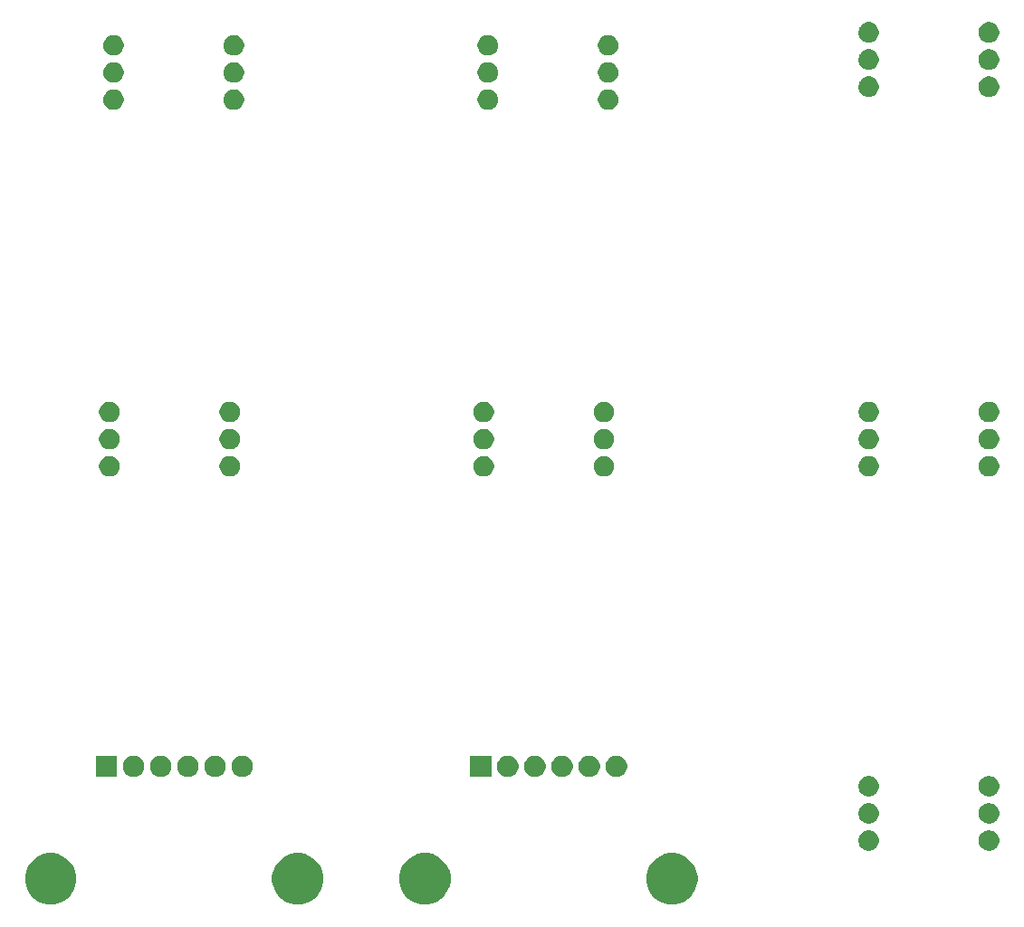
<source format=gbr>
G04 #@! TF.GenerationSoftware,KiCad,Pcbnew,5.1.5-52549c5~86~ubuntu16.04.1*
G04 #@! TF.CreationDate,2020-08-05T12:56:56-05:00*
G04 #@! TF.ProjectId,pressure_sensors,70726573-7375-4726-955f-73656e736f72,rev?*
G04 #@! TF.SameCoordinates,Original*
G04 #@! TF.FileFunction,Soldermask,Top*
G04 #@! TF.FilePolarity,Negative*
%FSLAX46Y46*%
G04 Gerber Fmt 4.6, Leading zero omitted, Abs format (unit mm)*
G04 Created by KiCad (PCBNEW 5.1.5-52549c5~86~ubuntu16.04.1) date 2020-08-05 12:56:56*
%MOMM*%
%LPD*%
G04 APERTURE LIST*
%ADD10C,0.100000*%
G04 APERTURE END LIST*
D10*
G36*
X201705604Y-129252230D02*
G01*
X202142376Y-129433147D01*
X202535461Y-129695798D01*
X202869752Y-130030089D01*
X203132403Y-130423174D01*
X203313320Y-130859946D01*
X203405550Y-131323621D01*
X203405550Y-131796379D01*
X203313320Y-132260054D01*
X203132403Y-132696826D01*
X202869752Y-133089911D01*
X202535461Y-133424202D01*
X202142376Y-133686853D01*
X201705604Y-133867770D01*
X201241929Y-133960000D01*
X200769171Y-133960000D01*
X200305496Y-133867770D01*
X199868724Y-133686853D01*
X199475639Y-133424202D01*
X199141348Y-133089911D01*
X198878697Y-132696826D01*
X198697780Y-132260054D01*
X198605550Y-131796379D01*
X198605550Y-131323621D01*
X198697780Y-130859946D01*
X198878697Y-130423174D01*
X199141348Y-130030089D01*
X199475639Y-129695798D01*
X199868724Y-129433147D01*
X200305496Y-129252230D01*
X200769171Y-129160000D01*
X201241929Y-129160000D01*
X201705604Y-129252230D01*
G37*
G36*
X166705604Y-129252230D02*
G01*
X167142376Y-129433147D01*
X167535461Y-129695798D01*
X167869752Y-130030089D01*
X168132403Y-130423174D01*
X168313320Y-130859946D01*
X168405550Y-131323621D01*
X168405550Y-131796379D01*
X168313320Y-132260054D01*
X168132403Y-132696826D01*
X167869752Y-133089911D01*
X167535461Y-133424202D01*
X167142376Y-133686853D01*
X166705604Y-133867770D01*
X166241929Y-133960000D01*
X165769171Y-133960000D01*
X165305496Y-133867770D01*
X164868724Y-133686853D01*
X164475639Y-133424202D01*
X164141348Y-133089911D01*
X163878697Y-132696826D01*
X163697780Y-132260054D01*
X163605550Y-131796379D01*
X163605550Y-131323621D01*
X163697780Y-130859946D01*
X163878697Y-130423174D01*
X164141348Y-130030089D01*
X164475639Y-129695798D01*
X164868724Y-129433147D01*
X165305496Y-129252230D01*
X165769171Y-129160000D01*
X166241929Y-129160000D01*
X166705604Y-129252230D01*
G37*
G36*
X143594498Y-129252230D02*
G01*
X144031270Y-129433147D01*
X144424355Y-129695798D01*
X144758646Y-130030089D01*
X145021297Y-130423174D01*
X145202214Y-130859946D01*
X145294444Y-131323621D01*
X145294444Y-131796379D01*
X145202214Y-132260054D01*
X145021297Y-132696826D01*
X144758646Y-133089911D01*
X144424355Y-133424202D01*
X144031270Y-133686853D01*
X143594498Y-133867770D01*
X143130823Y-133960000D01*
X142658065Y-133960000D01*
X142194390Y-133867770D01*
X141757618Y-133686853D01*
X141364533Y-133424202D01*
X141030242Y-133089911D01*
X140767591Y-132696826D01*
X140586674Y-132260054D01*
X140494444Y-131796379D01*
X140494444Y-131323621D01*
X140586674Y-130859946D01*
X140767591Y-130423174D01*
X141030242Y-130030089D01*
X141364533Y-129695798D01*
X141757618Y-129433147D01*
X142194390Y-129252230D01*
X142658065Y-129160000D01*
X143130823Y-129160000D01*
X143594498Y-129252230D01*
G37*
G36*
X178594498Y-129252230D02*
G01*
X179031270Y-129433147D01*
X179424355Y-129695798D01*
X179758646Y-130030089D01*
X180021297Y-130423174D01*
X180202214Y-130859946D01*
X180294444Y-131323621D01*
X180294444Y-131796379D01*
X180202214Y-132260054D01*
X180021297Y-132696826D01*
X179758646Y-133089911D01*
X179424355Y-133424202D01*
X179031270Y-133686853D01*
X178594498Y-133867770D01*
X178130823Y-133960000D01*
X177658065Y-133960000D01*
X177194390Y-133867770D01*
X176757618Y-133686853D01*
X176364533Y-133424202D01*
X176030242Y-133089911D01*
X175767591Y-132696826D01*
X175586674Y-132260054D01*
X175494444Y-131796379D01*
X175494444Y-131323621D01*
X175586674Y-130859946D01*
X175767591Y-130423174D01*
X176030242Y-130030089D01*
X176364533Y-129695798D01*
X176757618Y-129433147D01*
X177194390Y-129252230D01*
X177658065Y-129160000D01*
X178130823Y-129160000D01*
X178594498Y-129252230D01*
G37*
G36*
X230925605Y-127064969D02*
G01*
X230925607Y-127064970D01*
X230925608Y-127064970D01*
X230976883Y-127086209D01*
X231100678Y-127137486D01*
X231100679Y-127137487D01*
X231258238Y-127242764D01*
X231392236Y-127376762D01*
X231476515Y-127502896D01*
X231497514Y-127534322D01*
X231570031Y-127709395D01*
X231607000Y-127895251D01*
X231607000Y-128084749D01*
X231570031Y-128270605D01*
X231497514Y-128445678D01*
X231497513Y-128445679D01*
X231392236Y-128603238D01*
X231258238Y-128737236D01*
X231132104Y-128821515D01*
X231100678Y-128842514D01*
X230976883Y-128893791D01*
X230925608Y-128915030D01*
X230925607Y-128915030D01*
X230925605Y-128915031D01*
X230739749Y-128952000D01*
X230550251Y-128952000D01*
X230364395Y-128915031D01*
X230364393Y-128915030D01*
X230364392Y-128915030D01*
X230313117Y-128893791D01*
X230189322Y-128842514D01*
X230157896Y-128821515D01*
X230031762Y-128737236D01*
X229897764Y-128603238D01*
X229792487Y-128445679D01*
X229792486Y-128445678D01*
X229719969Y-128270605D01*
X229683000Y-128084749D01*
X229683000Y-127895251D01*
X229719969Y-127709395D01*
X229792486Y-127534322D01*
X229813485Y-127502896D01*
X229897764Y-127376762D01*
X230031762Y-127242764D01*
X230189321Y-127137487D01*
X230189322Y-127137486D01*
X230313117Y-127086209D01*
X230364392Y-127064970D01*
X230364393Y-127064970D01*
X230364395Y-127064969D01*
X230550251Y-127028000D01*
X230739749Y-127028000D01*
X230925605Y-127064969D01*
G37*
G36*
X219675605Y-127064969D02*
G01*
X219675607Y-127064970D01*
X219675608Y-127064970D01*
X219726883Y-127086209D01*
X219850678Y-127137486D01*
X219850679Y-127137487D01*
X220008238Y-127242764D01*
X220142236Y-127376762D01*
X220226515Y-127502896D01*
X220247514Y-127534322D01*
X220320031Y-127709395D01*
X220357000Y-127895251D01*
X220357000Y-128084749D01*
X220320031Y-128270605D01*
X220247514Y-128445678D01*
X220247513Y-128445679D01*
X220142236Y-128603238D01*
X220008238Y-128737236D01*
X219882104Y-128821515D01*
X219850678Y-128842514D01*
X219726883Y-128893791D01*
X219675608Y-128915030D01*
X219675607Y-128915030D01*
X219675605Y-128915031D01*
X219489749Y-128952000D01*
X219300251Y-128952000D01*
X219114395Y-128915031D01*
X219114393Y-128915030D01*
X219114392Y-128915030D01*
X219063117Y-128893791D01*
X218939322Y-128842514D01*
X218907896Y-128821515D01*
X218781762Y-128737236D01*
X218647764Y-128603238D01*
X218542487Y-128445679D01*
X218542486Y-128445678D01*
X218469969Y-128270605D01*
X218433000Y-128084749D01*
X218433000Y-127895251D01*
X218469969Y-127709395D01*
X218542486Y-127534322D01*
X218563485Y-127502896D01*
X218647764Y-127376762D01*
X218781762Y-127242764D01*
X218939321Y-127137487D01*
X218939322Y-127137486D01*
X219063117Y-127086209D01*
X219114392Y-127064970D01*
X219114393Y-127064970D01*
X219114395Y-127064969D01*
X219300251Y-127028000D01*
X219489749Y-127028000D01*
X219675605Y-127064969D01*
G37*
G36*
X219675605Y-124524969D02*
G01*
X219675607Y-124524970D01*
X219675608Y-124524970D01*
X219726883Y-124546209D01*
X219850678Y-124597486D01*
X219850679Y-124597487D01*
X220008238Y-124702764D01*
X220142236Y-124836762D01*
X220226515Y-124962896D01*
X220247514Y-124994322D01*
X220320031Y-125169395D01*
X220357000Y-125355251D01*
X220357000Y-125544749D01*
X220320031Y-125730605D01*
X220247514Y-125905678D01*
X220247513Y-125905679D01*
X220142236Y-126063238D01*
X220008238Y-126197236D01*
X219882104Y-126281515D01*
X219850678Y-126302514D01*
X219726883Y-126353791D01*
X219675608Y-126375030D01*
X219675607Y-126375030D01*
X219675605Y-126375031D01*
X219489749Y-126412000D01*
X219300251Y-126412000D01*
X219114395Y-126375031D01*
X219114393Y-126375030D01*
X219114392Y-126375030D01*
X219063117Y-126353791D01*
X218939322Y-126302514D01*
X218907896Y-126281515D01*
X218781762Y-126197236D01*
X218647764Y-126063238D01*
X218542487Y-125905679D01*
X218542486Y-125905678D01*
X218469969Y-125730605D01*
X218433000Y-125544749D01*
X218433000Y-125355251D01*
X218469969Y-125169395D01*
X218542486Y-124994322D01*
X218563485Y-124962896D01*
X218647764Y-124836762D01*
X218781762Y-124702764D01*
X218939321Y-124597487D01*
X218939322Y-124597486D01*
X219063117Y-124546209D01*
X219114392Y-124524970D01*
X219114393Y-124524970D01*
X219114395Y-124524969D01*
X219300251Y-124488000D01*
X219489749Y-124488000D01*
X219675605Y-124524969D01*
G37*
G36*
X230925605Y-124524969D02*
G01*
X230925607Y-124524970D01*
X230925608Y-124524970D01*
X230976883Y-124546209D01*
X231100678Y-124597486D01*
X231100679Y-124597487D01*
X231258238Y-124702764D01*
X231392236Y-124836762D01*
X231476515Y-124962896D01*
X231497514Y-124994322D01*
X231570031Y-125169395D01*
X231607000Y-125355251D01*
X231607000Y-125544749D01*
X231570031Y-125730605D01*
X231497514Y-125905678D01*
X231497513Y-125905679D01*
X231392236Y-126063238D01*
X231258238Y-126197236D01*
X231132104Y-126281515D01*
X231100678Y-126302514D01*
X230976883Y-126353791D01*
X230925608Y-126375030D01*
X230925607Y-126375030D01*
X230925605Y-126375031D01*
X230739749Y-126412000D01*
X230550251Y-126412000D01*
X230364395Y-126375031D01*
X230364393Y-126375030D01*
X230364392Y-126375030D01*
X230313117Y-126353791D01*
X230189322Y-126302514D01*
X230157896Y-126281515D01*
X230031762Y-126197236D01*
X229897764Y-126063238D01*
X229792487Y-125905679D01*
X229792486Y-125905678D01*
X229719969Y-125730605D01*
X229683000Y-125544749D01*
X229683000Y-125355251D01*
X229719969Y-125169395D01*
X229792486Y-124994322D01*
X229813485Y-124962896D01*
X229897764Y-124836762D01*
X230031762Y-124702764D01*
X230189321Y-124597487D01*
X230189322Y-124597486D01*
X230313117Y-124546209D01*
X230364392Y-124524970D01*
X230364393Y-124524970D01*
X230364395Y-124524969D01*
X230550251Y-124488000D01*
X230739749Y-124488000D01*
X230925605Y-124524969D01*
G37*
G36*
X219675605Y-121984969D02*
G01*
X219675607Y-121984970D01*
X219675608Y-121984970D01*
X219726883Y-122006209D01*
X219850678Y-122057486D01*
X219850679Y-122057487D01*
X220008238Y-122162764D01*
X220142236Y-122296762D01*
X220226515Y-122422896D01*
X220247514Y-122454322D01*
X220320031Y-122629395D01*
X220357000Y-122815251D01*
X220357000Y-123004749D01*
X220320031Y-123190605D01*
X220247514Y-123365678D01*
X220247513Y-123365679D01*
X220142236Y-123523238D01*
X220008238Y-123657236D01*
X219882104Y-123741515D01*
X219850678Y-123762514D01*
X219726883Y-123813791D01*
X219675608Y-123835030D01*
X219675607Y-123835030D01*
X219675605Y-123835031D01*
X219489749Y-123872000D01*
X219300251Y-123872000D01*
X219114395Y-123835031D01*
X219114393Y-123835030D01*
X219114392Y-123835030D01*
X219063117Y-123813791D01*
X218939322Y-123762514D01*
X218907896Y-123741515D01*
X218781762Y-123657236D01*
X218647764Y-123523238D01*
X218542487Y-123365679D01*
X218542486Y-123365678D01*
X218469969Y-123190605D01*
X218433000Y-123004749D01*
X218433000Y-122815251D01*
X218469969Y-122629395D01*
X218542486Y-122454322D01*
X218563485Y-122422896D01*
X218647764Y-122296762D01*
X218781762Y-122162764D01*
X218939321Y-122057487D01*
X218939322Y-122057486D01*
X219063117Y-122006209D01*
X219114392Y-121984970D01*
X219114393Y-121984970D01*
X219114395Y-121984969D01*
X219300251Y-121948000D01*
X219489749Y-121948000D01*
X219675605Y-121984969D01*
G37*
G36*
X230925605Y-121984969D02*
G01*
X230925607Y-121984970D01*
X230925608Y-121984970D01*
X230976883Y-122006209D01*
X231100678Y-122057486D01*
X231100679Y-122057487D01*
X231258238Y-122162764D01*
X231392236Y-122296762D01*
X231476515Y-122422896D01*
X231497514Y-122454322D01*
X231570031Y-122629395D01*
X231607000Y-122815251D01*
X231607000Y-123004749D01*
X231570031Y-123190605D01*
X231497514Y-123365678D01*
X231497513Y-123365679D01*
X231392236Y-123523238D01*
X231258238Y-123657236D01*
X231132104Y-123741515D01*
X231100678Y-123762514D01*
X230976883Y-123813791D01*
X230925608Y-123835030D01*
X230925607Y-123835030D01*
X230925605Y-123835031D01*
X230739749Y-123872000D01*
X230550251Y-123872000D01*
X230364395Y-123835031D01*
X230364393Y-123835030D01*
X230364392Y-123835030D01*
X230313117Y-123813791D01*
X230189322Y-123762514D01*
X230157896Y-123741515D01*
X230031762Y-123657236D01*
X229897764Y-123523238D01*
X229792487Y-123365679D01*
X229792486Y-123365678D01*
X229719969Y-123190605D01*
X229683000Y-123004749D01*
X229683000Y-122815251D01*
X229719969Y-122629395D01*
X229792486Y-122454322D01*
X229813485Y-122422896D01*
X229897764Y-122296762D01*
X230031762Y-122162764D01*
X230189321Y-122057487D01*
X230189322Y-122057486D01*
X230313117Y-122006209D01*
X230364392Y-121984970D01*
X230364393Y-121984970D01*
X230364395Y-121984969D01*
X230550251Y-121948000D01*
X230739749Y-121948000D01*
X230925605Y-121984969D01*
G37*
G36*
X185835090Y-120079215D02*
G01*
X185931689Y-120098429D01*
X186113678Y-120173811D01*
X186277463Y-120283249D01*
X186416751Y-120422537D01*
X186526189Y-120586322D01*
X186601571Y-120768311D01*
X186640000Y-120961509D01*
X186640000Y-121158491D01*
X186601571Y-121351689D01*
X186526189Y-121533678D01*
X186416751Y-121697463D01*
X186277463Y-121836751D01*
X186113678Y-121946189D01*
X185931689Y-122021571D01*
X185835090Y-122040786D01*
X185738493Y-122060000D01*
X185541507Y-122060000D01*
X185444910Y-122040786D01*
X185348311Y-122021571D01*
X185166322Y-121946189D01*
X185002537Y-121836751D01*
X184863249Y-121697463D01*
X184753811Y-121533678D01*
X184678429Y-121351689D01*
X184640000Y-121158491D01*
X184640000Y-120961509D01*
X184678429Y-120768311D01*
X184753811Y-120586322D01*
X184863249Y-120422537D01*
X185002537Y-120283249D01*
X185166322Y-120173811D01*
X185348311Y-120098429D01*
X185444910Y-120079215D01*
X185541507Y-120060000D01*
X185738493Y-120060000D01*
X185835090Y-120079215D01*
G37*
G36*
X150835090Y-120079215D02*
G01*
X150931689Y-120098429D01*
X151113678Y-120173811D01*
X151277463Y-120283249D01*
X151416751Y-120422537D01*
X151526189Y-120586322D01*
X151601571Y-120768311D01*
X151640000Y-120961509D01*
X151640000Y-121158491D01*
X151601571Y-121351689D01*
X151526189Y-121533678D01*
X151416751Y-121697463D01*
X151277463Y-121836751D01*
X151113678Y-121946189D01*
X150931689Y-122021571D01*
X150835090Y-122040786D01*
X150738493Y-122060000D01*
X150541507Y-122060000D01*
X150444910Y-122040786D01*
X150348311Y-122021571D01*
X150166322Y-121946189D01*
X150002537Y-121836751D01*
X149863249Y-121697463D01*
X149753811Y-121533678D01*
X149678429Y-121351689D01*
X149640000Y-121158491D01*
X149640000Y-120961509D01*
X149678429Y-120768311D01*
X149753811Y-120586322D01*
X149863249Y-120422537D01*
X150002537Y-120283249D01*
X150166322Y-120173811D01*
X150348311Y-120098429D01*
X150444910Y-120079215D01*
X150541507Y-120060000D01*
X150738493Y-120060000D01*
X150835090Y-120079215D01*
G37*
G36*
X153375090Y-120079215D02*
G01*
X153471689Y-120098429D01*
X153653678Y-120173811D01*
X153817463Y-120283249D01*
X153956751Y-120422537D01*
X154066189Y-120586322D01*
X154141571Y-120768311D01*
X154180000Y-120961509D01*
X154180000Y-121158491D01*
X154141571Y-121351689D01*
X154066189Y-121533678D01*
X153956751Y-121697463D01*
X153817463Y-121836751D01*
X153653678Y-121946189D01*
X153471689Y-122021571D01*
X153375090Y-122040786D01*
X153278493Y-122060000D01*
X153081507Y-122060000D01*
X152984910Y-122040786D01*
X152888311Y-122021571D01*
X152706322Y-121946189D01*
X152542537Y-121836751D01*
X152403249Y-121697463D01*
X152293811Y-121533678D01*
X152218429Y-121351689D01*
X152180000Y-121158491D01*
X152180000Y-120961509D01*
X152218429Y-120768311D01*
X152293811Y-120586322D01*
X152403249Y-120422537D01*
X152542537Y-120283249D01*
X152706322Y-120173811D01*
X152888311Y-120098429D01*
X152984910Y-120079215D01*
X153081507Y-120060000D01*
X153278493Y-120060000D01*
X153375090Y-120079215D01*
G37*
G36*
X155915090Y-120079215D02*
G01*
X156011689Y-120098429D01*
X156193678Y-120173811D01*
X156357463Y-120283249D01*
X156496751Y-120422537D01*
X156606189Y-120586322D01*
X156681571Y-120768311D01*
X156720000Y-120961509D01*
X156720000Y-121158491D01*
X156681571Y-121351689D01*
X156606189Y-121533678D01*
X156496751Y-121697463D01*
X156357463Y-121836751D01*
X156193678Y-121946189D01*
X156011689Y-122021571D01*
X155915090Y-122040786D01*
X155818493Y-122060000D01*
X155621507Y-122060000D01*
X155524910Y-122040786D01*
X155428311Y-122021571D01*
X155246322Y-121946189D01*
X155082537Y-121836751D01*
X154943249Y-121697463D01*
X154833811Y-121533678D01*
X154758429Y-121351689D01*
X154720000Y-121158491D01*
X154720000Y-120961509D01*
X154758429Y-120768311D01*
X154833811Y-120586322D01*
X154943249Y-120422537D01*
X155082537Y-120283249D01*
X155246322Y-120173811D01*
X155428311Y-120098429D01*
X155524910Y-120079215D01*
X155621507Y-120060000D01*
X155818493Y-120060000D01*
X155915090Y-120079215D01*
G37*
G36*
X158455090Y-120079215D02*
G01*
X158551689Y-120098429D01*
X158733678Y-120173811D01*
X158897463Y-120283249D01*
X159036751Y-120422537D01*
X159146189Y-120586322D01*
X159221571Y-120768311D01*
X159260000Y-120961509D01*
X159260000Y-121158491D01*
X159221571Y-121351689D01*
X159146189Y-121533678D01*
X159036751Y-121697463D01*
X158897463Y-121836751D01*
X158733678Y-121946189D01*
X158551689Y-122021571D01*
X158455090Y-122040786D01*
X158358493Y-122060000D01*
X158161507Y-122060000D01*
X158064910Y-122040786D01*
X157968311Y-122021571D01*
X157786322Y-121946189D01*
X157622537Y-121836751D01*
X157483249Y-121697463D01*
X157373811Y-121533678D01*
X157298429Y-121351689D01*
X157260000Y-121158491D01*
X157260000Y-120961509D01*
X157298429Y-120768311D01*
X157373811Y-120586322D01*
X157483249Y-120422537D01*
X157622537Y-120283249D01*
X157786322Y-120173811D01*
X157968311Y-120098429D01*
X158064910Y-120079215D01*
X158161507Y-120060000D01*
X158358493Y-120060000D01*
X158455090Y-120079215D01*
G37*
G36*
X160995090Y-120079215D02*
G01*
X161091689Y-120098429D01*
X161273678Y-120173811D01*
X161437463Y-120283249D01*
X161576751Y-120422537D01*
X161686189Y-120586322D01*
X161761571Y-120768311D01*
X161800000Y-120961509D01*
X161800000Y-121158491D01*
X161761571Y-121351689D01*
X161686189Y-121533678D01*
X161576751Y-121697463D01*
X161437463Y-121836751D01*
X161273678Y-121946189D01*
X161091689Y-122021571D01*
X160995090Y-122040786D01*
X160898493Y-122060000D01*
X160701507Y-122060000D01*
X160604910Y-122040786D01*
X160508311Y-122021571D01*
X160326322Y-121946189D01*
X160162537Y-121836751D01*
X160023249Y-121697463D01*
X159913811Y-121533678D01*
X159838429Y-121351689D01*
X159800000Y-121158491D01*
X159800000Y-120961509D01*
X159838429Y-120768311D01*
X159913811Y-120586322D01*
X160023249Y-120422537D01*
X160162537Y-120283249D01*
X160326322Y-120173811D01*
X160508311Y-120098429D01*
X160604910Y-120079215D01*
X160701507Y-120060000D01*
X160898493Y-120060000D01*
X160995090Y-120079215D01*
G37*
G36*
X184100000Y-122060000D02*
G01*
X182100000Y-122060000D01*
X182100000Y-120060000D01*
X184100000Y-120060000D01*
X184100000Y-122060000D01*
G37*
G36*
X188375090Y-120079215D02*
G01*
X188471689Y-120098429D01*
X188653678Y-120173811D01*
X188817463Y-120283249D01*
X188956751Y-120422537D01*
X189066189Y-120586322D01*
X189141571Y-120768311D01*
X189180000Y-120961509D01*
X189180000Y-121158491D01*
X189141571Y-121351689D01*
X189066189Y-121533678D01*
X188956751Y-121697463D01*
X188817463Y-121836751D01*
X188653678Y-121946189D01*
X188471689Y-122021571D01*
X188375090Y-122040786D01*
X188278493Y-122060000D01*
X188081507Y-122060000D01*
X187984910Y-122040786D01*
X187888311Y-122021571D01*
X187706322Y-121946189D01*
X187542537Y-121836751D01*
X187403249Y-121697463D01*
X187293811Y-121533678D01*
X187218429Y-121351689D01*
X187180000Y-121158491D01*
X187180000Y-120961509D01*
X187218429Y-120768311D01*
X187293811Y-120586322D01*
X187403249Y-120422537D01*
X187542537Y-120283249D01*
X187706322Y-120173811D01*
X187888311Y-120098429D01*
X187984910Y-120079215D01*
X188081507Y-120060000D01*
X188278493Y-120060000D01*
X188375090Y-120079215D01*
G37*
G36*
X190915090Y-120079215D02*
G01*
X191011689Y-120098429D01*
X191193678Y-120173811D01*
X191357463Y-120283249D01*
X191496751Y-120422537D01*
X191606189Y-120586322D01*
X191681571Y-120768311D01*
X191720000Y-120961509D01*
X191720000Y-121158491D01*
X191681571Y-121351689D01*
X191606189Y-121533678D01*
X191496751Y-121697463D01*
X191357463Y-121836751D01*
X191193678Y-121946189D01*
X191011689Y-122021571D01*
X190915090Y-122040786D01*
X190818493Y-122060000D01*
X190621507Y-122060000D01*
X190524910Y-122040786D01*
X190428311Y-122021571D01*
X190246322Y-121946189D01*
X190082537Y-121836751D01*
X189943249Y-121697463D01*
X189833811Y-121533678D01*
X189758429Y-121351689D01*
X189720000Y-121158491D01*
X189720000Y-120961509D01*
X189758429Y-120768311D01*
X189833811Y-120586322D01*
X189943249Y-120422537D01*
X190082537Y-120283249D01*
X190246322Y-120173811D01*
X190428311Y-120098429D01*
X190524910Y-120079215D01*
X190621507Y-120060000D01*
X190818493Y-120060000D01*
X190915090Y-120079215D01*
G37*
G36*
X193455090Y-120079215D02*
G01*
X193551689Y-120098429D01*
X193733678Y-120173811D01*
X193897463Y-120283249D01*
X194036751Y-120422537D01*
X194146189Y-120586322D01*
X194221571Y-120768311D01*
X194260000Y-120961509D01*
X194260000Y-121158491D01*
X194221571Y-121351689D01*
X194146189Y-121533678D01*
X194036751Y-121697463D01*
X193897463Y-121836751D01*
X193733678Y-121946189D01*
X193551689Y-122021571D01*
X193455090Y-122040786D01*
X193358493Y-122060000D01*
X193161507Y-122060000D01*
X193064910Y-122040786D01*
X192968311Y-122021571D01*
X192786322Y-121946189D01*
X192622537Y-121836751D01*
X192483249Y-121697463D01*
X192373811Y-121533678D01*
X192298429Y-121351689D01*
X192260000Y-121158491D01*
X192260000Y-120961509D01*
X192298429Y-120768311D01*
X192373811Y-120586322D01*
X192483249Y-120422537D01*
X192622537Y-120283249D01*
X192786322Y-120173811D01*
X192968311Y-120098429D01*
X193064910Y-120079215D01*
X193161507Y-120060000D01*
X193358493Y-120060000D01*
X193455090Y-120079215D01*
G37*
G36*
X149100000Y-122060000D02*
G01*
X147100000Y-122060000D01*
X147100000Y-120060000D01*
X149100000Y-120060000D01*
X149100000Y-122060000D01*
G37*
G36*
X195995090Y-120079215D02*
G01*
X196091689Y-120098429D01*
X196273678Y-120173811D01*
X196437463Y-120283249D01*
X196576751Y-120422537D01*
X196686189Y-120586322D01*
X196761571Y-120768311D01*
X196800000Y-120961509D01*
X196800000Y-121158491D01*
X196761571Y-121351689D01*
X196686189Y-121533678D01*
X196576751Y-121697463D01*
X196437463Y-121836751D01*
X196273678Y-121946189D01*
X196091689Y-122021571D01*
X195995090Y-122040786D01*
X195898493Y-122060000D01*
X195701507Y-122060000D01*
X195604910Y-122040786D01*
X195508311Y-122021571D01*
X195326322Y-121946189D01*
X195162537Y-121836751D01*
X195023249Y-121697463D01*
X194913811Y-121533678D01*
X194838429Y-121351689D01*
X194800000Y-121158491D01*
X194800000Y-120961509D01*
X194838429Y-120768311D01*
X194913811Y-120586322D01*
X195023249Y-120422537D01*
X195162537Y-120283249D01*
X195326322Y-120173811D01*
X195508311Y-120098429D01*
X195604910Y-120079215D01*
X195701507Y-120060000D01*
X195898493Y-120060000D01*
X195995090Y-120079215D01*
G37*
G36*
X230925605Y-92064969D02*
G01*
X230925607Y-92064970D01*
X230925608Y-92064970D01*
X230976883Y-92086209D01*
X231100678Y-92137486D01*
X231100679Y-92137487D01*
X231258238Y-92242764D01*
X231392236Y-92376762D01*
X231476515Y-92502896D01*
X231497514Y-92534322D01*
X231570031Y-92709395D01*
X231607000Y-92895251D01*
X231607000Y-93084749D01*
X231570031Y-93270605D01*
X231497514Y-93445678D01*
X231497513Y-93445679D01*
X231392236Y-93603238D01*
X231258238Y-93737236D01*
X231132104Y-93821515D01*
X231100678Y-93842514D01*
X230976883Y-93893791D01*
X230925608Y-93915030D01*
X230925607Y-93915030D01*
X230925605Y-93915031D01*
X230739749Y-93952000D01*
X230550251Y-93952000D01*
X230364395Y-93915031D01*
X230364393Y-93915030D01*
X230364392Y-93915030D01*
X230313117Y-93893791D01*
X230189322Y-93842514D01*
X230157896Y-93821515D01*
X230031762Y-93737236D01*
X229897764Y-93603238D01*
X229792487Y-93445679D01*
X229792486Y-93445678D01*
X229719969Y-93270605D01*
X229683000Y-93084749D01*
X229683000Y-92895251D01*
X229719969Y-92709395D01*
X229792486Y-92534322D01*
X229813485Y-92502896D01*
X229897764Y-92376762D01*
X230031762Y-92242764D01*
X230189321Y-92137487D01*
X230189322Y-92137486D01*
X230313117Y-92086209D01*
X230364392Y-92064970D01*
X230364393Y-92064970D01*
X230364395Y-92064969D01*
X230550251Y-92028000D01*
X230739749Y-92028000D01*
X230925605Y-92064969D01*
G37*
G36*
X219675605Y-92064969D02*
G01*
X219675607Y-92064970D01*
X219675608Y-92064970D01*
X219726883Y-92086209D01*
X219850678Y-92137486D01*
X219850679Y-92137487D01*
X220008238Y-92242764D01*
X220142236Y-92376762D01*
X220226515Y-92502896D01*
X220247514Y-92534322D01*
X220320031Y-92709395D01*
X220357000Y-92895251D01*
X220357000Y-93084749D01*
X220320031Y-93270605D01*
X220247514Y-93445678D01*
X220247513Y-93445679D01*
X220142236Y-93603238D01*
X220008238Y-93737236D01*
X219882104Y-93821515D01*
X219850678Y-93842514D01*
X219726883Y-93893791D01*
X219675608Y-93915030D01*
X219675607Y-93915030D01*
X219675605Y-93915031D01*
X219489749Y-93952000D01*
X219300251Y-93952000D01*
X219114395Y-93915031D01*
X219114393Y-93915030D01*
X219114392Y-93915030D01*
X219063117Y-93893791D01*
X218939322Y-93842514D01*
X218907896Y-93821515D01*
X218781762Y-93737236D01*
X218647764Y-93603238D01*
X218542487Y-93445679D01*
X218542486Y-93445678D01*
X218469969Y-93270605D01*
X218433000Y-93084749D01*
X218433000Y-92895251D01*
X218469969Y-92709395D01*
X218542486Y-92534322D01*
X218563485Y-92502896D01*
X218647764Y-92376762D01*
X218781762Y-92242764D01*
X218939321Y-92137487D01*
X218939322Y-92137486D01*
X219063117Y-92086209D01*
X219114392Y-92064970D01*
X219114393Y-92064970D01*
X219114395Y-92064969D01*
X219300251Y-92028000D01*
X219489749Y-92028000D01*
X219675605Y-92064969D01*
G37*
G36*
X194925605Y-92064969D02*
G01*
X194925607Y-92064970D01*
X194925608Y-92064970D01*
X194976883Y-92086209D01*
X195100678Y-92137486D01*
X195100679Y-92137487D01*
X195258238Y-92242764D01*
X195392236Y-92376762D01*
X195476515Y-92502896D01*
X195497514Y-92534322D01*
X195570031Y-92709395D01*
X195607000Y-92895251D01*
X195607000Y-93084749D01*
X195570031Y-93270605D01*
X195497514Y-93445678D01*
X195497513Y-93445679D01*
X195392236Y-93603238D01*
X195258238Y-93737236D01*
X195132104Y-93821515D01*
X195100678Y-93842514D01*
X194976883Y-93893791D01*
X194925608Y-93915030D01*
X194925607Y-93915030D01*
X194925605Y-93915031D01*
X194739749Y-93952000D01*
X194550251Y-93952000D01*
X194364395Y-93915031D01*
X194364393Y-93915030D01*
X194364392Y-93915030D01*
X194313117Y-93893791D01*
X194189322Y-93842514D01*
X194157896Y-93821515D01*
X194031762Y-93737236D01*
X193897764Y-93603238D01*
X193792487Y-93445679D01*
X193792486Y-93445678D01*
X193719969Y-93270605D01*
X193683000Y-93084749D01*
X193683000Y-92895251D01*
X193719969Y-92709395D01*
X193792486Y-92534322D01*
X193813485Y-92502896D01*
X193897764Y-92376762D01*
X194031762Y-92242764D01*
X194189321Y-92137487D01*
X194189322Y-92137486D01*
X194313117Y-92086209D01*
X194364392Y-92064970D01*
X194364393Y-92064970D01*
X194364395Y-92064969D01*
X194550251Y-92028000D01*
X194739749Y-92028000D01*
X194925605Y-92064969D01*
G37*
G36*
X148675605Y-92064969D02*
G01*
X148675607Y-92064970D01*
X148675608Y-92064970D01*
X148726883Y-92086209D01*
X148850678Y-92137486D01*
X148850679Y-92137487D01*
X149008238Y-92242764D01*
X149142236Y-92376762D01*
X149226515Y-92502896D01*
X149247514Y-92534322D01*
X149320031Y-92709395D01*
X149357000Y-92895251D01*
X149357000Y-93084749D01*
X149320031Y-93270605D01*
X149247514Y-93445678D01*
X149247513Y-93445679D01*
X149142236Y-93603238D01*
X149008238Y-93737236D01*
X148882104Y-93821515D01*
X148850678Y-93842514D01*
X148726883Y-93893791D01*
X148675608Y-93915030D01*
X148675607Y-93915030D01*
X148675605Y-93915031D01*
X148489749Y-93952000D01*
X148300251Y-93952000D01*
X148114395Y-93915031D01*
X148114393Y-93915030D01*
X148114392Y-93915030D01*
X148063117Y-93893791D01*
X147939322Y-93842514D01*
X147907896Y-93821515D01*
X147781762Y-93737236D01*
X147647764Y-93603238D01*
X147542487Y-93445679D01*
X147542486Y-93445678D01*
X147469969Y-93270605D01*
X147433000Y-93084749D01*
X147433000Y-92895251D01*
X147469969Y-92709395D01*
X147542486Y-92534322D01*
X147563485Y-92502896D01*
X147647764Y-92376762D01*
X147781762Y-92242764D01*
X147939321Y-92137487D01*
X147939322Y-92137486D01*
X148063117Y-92086209D01*
X148114392Y-92064970D01*
X148114393Y-92064970D01*
X148114395Y-92064969D01*
X148300251Y-92028000D01*
X148489749Y-92028000D01*
X148675605Y-92064969D01*
G37*
G36*
X159925605Y-92064969D02*
G01*
X159925607Y-92064970D01*
X159925608Y-92064970D01*
X159976883Y-92086209D01*
X160100678Y-92137486D01*
X160100679Y-92137487D01*
X160258238Y-92242764D01*
X160392236Y-92376762D01*
X160476515Y-92502896D01*
X160497514Y-92534322D01*
X160570031Y-92709395D01*
X160607000Y-92895251D01*
X160607000Y-93084749D01*
X160570031Y-93270605D01*
X160497514Y-93445678D01*
X160497513Y-93445679D01*
X160392236Y-93603238D01*
X160258238Y-93737236D01*
X160132104Y-93821515D01*
X160100678Y-93842514D01*
X159976883Y-93893791D01*
X159925608Y-93915030D01*
X159925607Y-93915030D01*
X159925605Y-93915031D01*
X159739749Y-93952000D01*
X159550251Y-93952000D01*
X159364395Y-93915031D01*
X159364393Y-93915030D01*
X159364392Y-93915030D01*
X159313117Y-93893791D01*
X159189322Y-93842514D01*
X159157896Y-93821515D01*
X159031762Y-93737236D01*
X158897764Y-93603238D01*
X158792487Y-93445679D01*
X158792486Y-93445678D01*
X158719969Y-93270605D01*
X158683000Y-93084749D01*
X158683000Y-92895251D01*
X158719969Y-92709395D01*
X158792486Y-92534322D01*
X158813485Y-92502896D01*
X158897764Y-92376762D01*
X159031762Y-92242764D01*
X159189321Y-92137487D01*
X159189322Y-92137486D01*
X159313117Y-92086209D01*
X159364392Y-92064970D01*
X159364393Y-92064970D01*
X159364395Y-92064969D01*
X159550251Y-92028000D01*
X159739749Y-92028000D01*
X159925605Y-92064969D01*
G37*
G36*
X183675605Y-92064969D02*
G01*
X183675607Y-92064970D01*
X183675608Y-92064970D01*
X183726883Y-92086209D01*
X183850678Y-92137486D01*
X183850679Y-92137487D01*
X184008238Y-92242764D01*
X184142236Y-92376762D01*
X184226515Y-92502896D01*
X184247514Y-92534322D01*
X184320031Y-92709395D01*
X184357000Y-92895251D01*
X184357000Y-93084749D01*
X184320031Y-93270605D01*
X184247514Y-93445678D01*
X184247513Y-93445679D01*
X184142236Y-93603238D01*
X184008238Y-93737236D01*
X183882104Y-93821515D01*
X183850678Y-93842514D01*
X183726883Y-93893791D01*
X183675608Y-93915030D01*
X183675607Y-93915030D01*
X183675605Y-93915031D01*
X183489749Y-93952000D01*
X183300251Y-93952000D01*
X183114395Y-93915031D01*
X183114393Y-93915030D01*
X183114392Y-93915030D01*
X183063117Y-93893791D01*
X182939322Y-93842514D01*
X182907896Y-93821515D01*
X182781762Y-93737236D01*
X182647764Y-93603238D01*
X182542487Y-93445679D01*
X182542486Y-93445678D01*
X182469969Y-93270605D01*
X182433000Y-93084749D01*
X182433000Y-92895251D01*
X182469969Y-92709395D01*
X182542486Y-92534322D01*
X182563485Y-92502896D01*
X182647764Y-92376762D01*
X182781762Y-92242764D01*
X182939321Y-92137487D01*
X182939322Y-92137486D01*
X183063117Y-92086209D01*
X183114392Y-92064970D01*
X183114393Y-92064970D01*
X183114395Y-92064969D01*
X183300251Y-92028000D01*
X183489749Y-92028000D01*
X183675605Y-92064969D01*
G37*
G36*
X219675605Y-89524969D02*
G01*
X219675607Y-89524970D01*
X219675608Y-89524970D01*
X219726883Y-89546209D01*
X219850678Y-89597486D01*
X219850679Y-89597487D01*
X220008238Y-89702764D01*
X220142236Y-89836762D01*
X220226515Y-89962896D01*
X220247514Y-89994322D01*
X220320031Y-90169395D01*
X220357000Y-90355251D01*
X220357000Y-90544749D01*
X220320031Y-90730605D01*
X220247514Y-90905678D01*
X220247513Y-90905679D01*
X220142236Y-91063238D01*
X220008238Y-91197236D01*
X219882104Y-91281515D01*
X219850678Y-91302514D01*
X219726883Y-91353791D01*
X219675608Y-91375030D01*
X219675607Y-91375030D01*
X219675605Y-91375031D01*
X219489749Y-91412000D01*
X219300251Y-91412000D01*
X219114395Y-91375031D01*
X219114393Y-91375030D01*
X219114392Y-91375030D01*
X219063117Y-91353791D01*
X218939322Y-91302514D01*
X218907896Y-91281515D01*
X218781762Y-91197236D01*
X218647764Y-91063238D01*
X218542487Y-90905679D01*
X218542486Y-90905678D01*
X218469969Y-90730605D01*
X218433000Y-90544749D01*
X218433000Y-90355251D01*
X218469969Y-90169395D01*
X218542486Y-89994322D01*
X218563485Y-89962896D01*
X218647764Y-89836762D01*
X218781762Y-89702764D01*
X218939321Y-89597487D01*
X218939322Y-89597486D01*
X219063117Y-89546209D01*
X219114392Y-89524970D01*
X219114393Y-89524970D01*
X219114395Y-89524969D01*
X219300251Y-89488000D01*
X219489749Y-89488000D01*
X219675605Y-89524969D01*
G37*
G36*
X159925605Y-89524969D02*
G01*
X159925607Y-89524970D01*
X159925608Y-89524970D01*
X159976883Y-89546209D01*
X160100678Y-89597486D01*
X160100679Y-89597487D01*
X160258238Y-89702764D01*
X160392236Y-89836762D01*
X160476515Y-89962896D01*
X160497514Y-89994322D01*
X160570031Y-90169395D01*
X160607000Y-90355251D01*
X160607000Y-90544749D01*
X160570031Y-90730605D01*
X160497514Y-90905678D01*
X160497513Y-90905679D01*
X160392236Y-91063238D01*
X160258238Y-91197236D01*
X160132104Y-91281515D01*
X160100678Y-91302514D01*
X159976883Y-91353791D01*
X159925608Y-91375030D01*
X159925607Y-91375030D01*
X159925605Y-91375031D01*
X159739749Y-91412000D01*
X159550251Y-91412000D01*
X159364395Y-91375031D01*
X159364393Y-91375030D01*
X159364392Y-91375030D01*
X159313117Y-91353791D01*
X159189322Y-91302514D01*
X159157896Y-91281515D01*
X159031762Y-91197236D01*
X158897764Y-91063238D01*
X158792487Y-90905679D01*
X158792486Y-90905678D01*
X158719969Y-90730605D01*
X158683000Y-90544749D01*
X158683000Y-90355251D01*
X158719969Y-90169395D01*
X158792486Y-89994322D01*
X158813485Y-89962896D01*
X158897764Y-89836762D01*
X159031762Y-89702764D01*
X159189321Y-89597487D01*
X159189322Y-89597486D01*
X159313117Y-89546209D01*
X159364392Y-89524970D01*
X159364393Y-89524970D01*
X159364395Y-89524969D01*
X159550251Y-89488000D01*
X159739749Y-89488000D01*
X159925605Y-89524969D01*
G37*
G36*
X183675605Y-89524969D02*
G01*
X183675607Y-89524970D01*
X183675608Y-89524970D01*
X183726883Y-89546209D01*
X183850678Y-89597486D01*
X183850679Y-89597487D01*
X184008238Y-89702764D01*
X184142236Y-89836762D01*
X184226515Y-89962896D01*
X184247514Y-89994322D01*
X184320031Y-90169395D01*
X184357000Y-90355251D01*
X184357000Y-90544749D01*
X184320031Y-90730605D01*
X184247514Y-90905678D01*
X184247513Y-90905679D01*
X184142236Y-91063238D01*
X184008238Y-91197236D01*
X183882104Y-91281515D01*
X183850678Y-91302514D01*
X183726883Y-91353791D01*
X183675608Y-91375030D01*
X183675607Y-91375030D01*
X183675605Y-91375031D01*
X183489749Y-91412000D01*
X183300251Y-91412000D01*
X183114395Y-91375031D01*
X183114393Y-91375030D01*
X183114392Y-91375030D01*
X183063117Y-91353791D01*
X182939322Y-91302514D01*
X182907896Y-91281515D01*
X182781762Y-91197236D01*
X182647764Y-91063238D01*
X182542487Y-90905679D01*
X182542486Y-90905678D01*
X182469969Y-90730605D01*
X182433000Y-90544749D01*
X182433000Y-90355251D01*
X182469969Y-90169395D01*
X182542486Y-89994322D01*
X182563485Y-89962896D01*
X182647764Y-89836762D01*
X182781762Y-89702764D01*
X182939321Y-89597487D01*
X182939322Y-89597486D01*
X183063117Y-89546209D01*
X183114392Y-89524970D01*
X183114393Y-89524970D01*
X183114395Y-89524969D01*
X183300251Y-89488000D01*
X183489749Y-89488000D01*
X183675605Y-89524969D01*
G37*
G36*
X230925605Y-89524969D02*
G01*
X230925607Y-89524970D01*
X230925608Y-89524970D01*
X230976883Y-89546209D01*
X231100678Y-89597486D01*
X231100679Y-89597487D01*
X231258238Y-89702764D01*
X231392236Y-89836762D01*
X231476515Y-89962896D01*
X231497514Y-89994322D01*
X231570031Y-90169395D01*
X231607000Y-90355251D01*
X231607000Y-90544749D01*
X231570031Y-90730605D01*
X231497514Y-90905678D01*
X231497513Y-90905679D01*
X231392236Y-91063238D01*
X231258238Y-91197236D01*
X231132104Y-91281515D01*
X231100678Y-91302514D01*
X230976883Y-91353791D01*
X230925608Y-91375030D01*
X230925607Y-91375030D01*
X230925605Y-91375031D01*
X230739749Y-91412000D01*
X230550251Y-91412000D01*
X230364395Y-91375031D01*
X230364393Y-91375030D01*
X230364392Y-91375030D01*
X230313117Y-91353791D01*
X230189322Y-91302514D01*
X230157896Y-91281515D01*
X230031762Y-91197236D01*
X229897764Y-91063238D01*
X229792487Y-90905679D01*
X229792486Y-90905678D01*
X229719969Y-90730605D01*
X229683000Y-90544749D01*
X229683000Y-90355251D01*
X229719969Y-90169395D01*
X229792486Y-89994322D01*
X229813485Y-89962896D01*
X229897764Y-89836762D01*
X230031762Y-89702764D01*
X230189321Y-89597487D01*
X230189322Y-89597486D01*
X230313117Y-89546209D01*
X230364392Y-89524970D01*
X230364393Y-89524970D01*
X230364395Y-89524969D01*
X230550251Y-89488000D01*
X230739749Y-89488000D01*
X230925605Y-89524969D01*
G37*
G36*
X148675605Y-89524969D02*
G01*
X148675607Y-89524970D01*
X148675608Y-89524970D01*
X148726883Y-89546209D01*
X148850678Y-89597486D01*
X148850679Y-89597487D01*
X149008238Y-89702764D01*
X149142236Y-89836762D01*
X149226515Y-89962896D01*
X149247514Y-89994322D01*
X149320031Y-90169395D01*
X149357000Y-90355251D01*
X149357000Y-90544749D01*
X149320031Y-90730605D01*
X149247514Y-90905678D01*
X149247513Y-90905679D01*
X149142236Y-91063238D01*
X149008238Y-91197236D01*
X148882104Y-91281515D01*
X148850678Y-91302514D01*
X148726883Y-91353791D01*
X148675608Y-91375030D01*
X148675607Y-91375030D01*
X148675605Y-91375031D01*
X148489749Y-91412000D01*
X148300251Y-91412000D01*
X148114395Y-91375031D01*
X148114393Y-91375030D01*
X148114392Y-91375030D01*
X148063117Y-91353791D01*
X147939322Y-91302514D01*
X147907896Y-91281515D01*
X147781762Y-91197236D01*
X147647764Y-91063238D01*
X147542487Y-90905679D01*
X147542486Y-90905678D01*
X147469969Y-90730605D01*
X147433000Y-90544749D01*
X147433000Y-90355251D01*
X147469969Y-90169395D01*
X147542486Y-89994322D01*
X147563485Y-89962896D01*
X147647764Y-89836762D01*
X147781762Y-89702764D01*
X147939321Y-89597487D01*
X147939322Y-89597486D01*
X148063117Y-89546209D01*
X148114392Y-89524970D01*
X148114393Y-89524970D01*
X148114395Y-89524969D01*
X148300251Y-89488000D01*
X148489749Y-89488000D01*
X148675605Y-89524969D01*
G37*
G36*
X194925605Y-89524969D02*
G01*
X194925607Y-89524970D01*
X194925608Y-89524970D01*
X194976883Y-89546209D01*
X195100678Y-89597486D01*
X195100679Y-89597487D01*
X195258238Y-89702764D01*
X195392236Y-89836762D01*
X195476515Y-89962896D01*
X195497514Y-89994322D01*
X195570031Y-90169395D01*
X195607000Y-90355251D01*
X195607000Y-90544749D01*
X195570031Y-90730605D01*
X195497514Y-90905678D01*
X195497513Y-90905679D01*
X195392236Y-91063238D01*
X195258238Y-91197236D01*
X195132104Y-91281515D01*
X195100678Y-91302514D01*
X194976883Y-91353791D01*
X194925608Y-91375030D01*
X194925607Y-91375030D01*
X194925605Y-91375031D01*
X194739749Y-91412000D01*
X194550251Y-91412000D01*
X194364395Y-91375031D01*
X194364393Y-91375030D01*
X194364392Y-91375030D01*
X194313117Y-91353791D01*
X194189322Y-91302514D01*
X194157896Y-91281515D01*
X194031762Y-91197236D01*
X193897764Y-91063238D01*
X193792487Y-90905679D01*
X193792486Y-90905678D01*
X193719969Y-90730605D01*
X193683000Y-90544749D01*
X193683000Y-90355251D01*
X193719969Y-90169395D01*
X193792486Y-89994322D01*
X193813485Y-89962896D01*
X193897764Y-89836762D01*
X194031762Y-89702764D01*
X194189321Y-89597487D01*
X194189322Y-89597486D01*
X194313117Y-89546209D01*
X194364392Y-89524970D01*
X194364393Y-89524970D01*
X194364395Y-89524969D01*
X194550251Y-89488000D01*
X194739749Y-89488000D01*
X194925605Y-89524969D01*
G37*
G36*
X194925605Y-86984969D02*
G01*
X194925607Y-86984970D01*
X194925608Y-86984970D01*
X194976883Y-87006209D01*
X195100678Y-87057486D01*
X195100679Y-87057487D01*
X195258238Y-87162764D01*
X195392236Y-87296762D01*
X195476515Y-87422896D01*
X195497514Y-87454322D01*
X195570031Y-87629395D01*
X195607000Y-87815251D01*
X195607000Y-88004749D01*
X195570031Y-88190605D01*
X195497514Y-88365678D01*
X195497513Y-88365679D01*
X195392236Y-88523238D01*
X195258238Y-88657236D01*
X195132104Y-88741515D01*
X195100678Y-88762514D01*
X194976883Y-88813791D01*
X194925608Y-88835030D01*
X194925607Y-88835030D01*
X194925605Y-88835031D01*
X194739749Y-88872000D01*
X194550251Y-88872000D01*
X194364395Y-88835031D01*
X194364393Y-88835030D01*
X194364392Y-88835030D01*
X194313117Y-88813791D01*
X194189322Y-88762514D01*
X194157896Y-88741515D01*
X194031762Y-88657236D01*
X193897764Y-88523238D01*
X193792487Y-88365679D01*
X193792486Y-88365678D01*
X193719969Y-88190605D01*
X193683000Y-88004749D01*
X193683000Y-87815251D01*
X193719969Y-87629395D01*
X193792486Y-87454322D01*
X193813485Y-87422896D01*
X193897764Y-87296762D01*
X194031762Y-87162764D01*
X194189321Y-87057487D01*
X194189322Y-87057486D01*
X194313117Y-87006209D01*
X194364392Y-86984970D01*
X194364393Y-86984970D01*
X194364395Y-86984969D01*
X194550251Y-86948000D01*
X194739749Y-86948000D01*
X194925605Y-86984969D01*
G37*
G36*
X230925605Y-86984969D02*
G01*
X230925607Y-86984970D01*
X230925608Y-86984970D01*
X230976883Y-87006209D01*
X231100678Y-87057486D01*
X231100679Y-87057487D01*
X231258238Y-87162764D01*
X231392236Y-87296762D01*
X231476515Y-87422896D01*
X231497514Y-87454322D01*
X231570031Y-87629395D01*
X231607000Y-87815251D01*
X231607000Y-88004749D01*
X231570031Y-88190605D01*
X231497514Y-88365678D01*
X231497513Y-88365679D01*
X231392236Y-88523238D01*
X231258238Y-88657236D01*
X231132104Y-88741515D01*
X231100678Y-88762514D01*
X230976883Y-88813791D01*
X230925608Y-88835030D01*
X230925607Y-88835030D01*
X230925605Y-88835031D01*
X230739749Y-88872000D01*
X230550251Y-88872000D01*
X230364395Y-88835031D01*
X230364393Y-88835030D01*
X230364392Y-88835030D01*
X230313117Y-88813791D01*
X230189322Y-88762514D01*
X230157896Y-88741515D01*
X230031762Y-88657236D01*
X229897764Y-88523238D01*
X229792487Y-88365679D01*
X229792486Y-88365678D01*
X229719969Y-88190605D01*
X229683000Y-88004749D01*
X229683000Y-87815251D01*
X229719969Y-87629395D01*
X229792486Y-87454322D01*
X229813485Y-87422896D01*
X229897764Y-87296762D01*
X230031762Y-87162764D01*
X230189321Y-87057487D01*
X230189322Y-87057486D01*
X230313117Y-87006209D01*
X230364392Y-86984970D01*
X230364393Y-86984970D01*
X230364395Y-86984969D01*
X230550251Y-86948000D01*
X230739749Y-86948000D01*
X230925605Y-86984969D01*
G37*
G36*
X219675605Y-86984969D02*
G01*
X219675607Y-86984970D01*
X219675608Y-86984970D01*
X219726883Y-87006209D01*
X219850678Y-87057486D01*
X219850679Y-87057487D01*
X220008238Y-87162764D01*
X220142236Y-87296762D01*
X220226515Y-87422896D01*
X220247514Y-87454322D01*
X220320031Y-87629395D01*
X220357000Y-87815251D01*
X220357000Y-88004749D01*
X220320031Y-88190605D01*
X220247514Y-88365678D01*
X220247513Y-88365679D01*
X220142236Y-88523238D01*
X220008238Y-88657236D01*
X219882104Y-88741515D01*
X219850678Y-88762514D01*
X219726883Y-88813791D01*
X219675608Y-88835030D01*
X219675607Y-88835030D01*
X219675605Y-88835031D01*
X219489749Y-88872000D01*
X219300251Y-88872000D01*
X219114395Y-88835031D01*
X219114393Y-88835030D01*
X219114392Y-88835030D01*
X219063117Y-88813791D01*
X218939322Y-88762514D01*
X218907896Y-88741515D01*
X218781762Y-88657236D01*
X218647764Y-88523238D01*
X218542487Y-88365679D01*
X218542486Y-88365678D01*
X218469969Y-88190605D01*
X218433000Y-88004749D01*
X218433000Y-87815251D01*
X218469969Y-87629395D01*
X218542486Y-87454322D01*
X218563485Y-87422896D01*
X218647764Y-87296762D01*
X218781762Y-87162764D01*
X218939321Y-87057487D01*
X218939322Y-87057486D01*
X219063117Y-87006209D01*
X219114392Y-86984970D01*
X219114393Y-86984970D01*
X219114395Y-86984969D01*
X219300251Y-86948000D01*
X219489749Y-86948000D01*
X219675605Y-86984969D01*
G37*
G36*
X183675605Y-86984969D02*
G01*
X183675607Y-86984970D01*
X183675608Y-86984970D01*
X183726883Y-87006209D01*
X183850678Y-87057486D01*
X183850679Y-87057487D01*
X184008238Y-87162764D01*
X184142236Y-87296762D01*
X184226515Y-87422896D01*
X184247514Y-87454322D01*
X184320031Y-87629395D01*
X184357000Y-87815251D01*
X184357000Y-88004749D01*
X184320031Y-88190605D01*
X184247514Y-88365678D01*
X184247513Y-88365679D01*
X184142236Y-88523238D01*
X184008238Y-88657236D01*
X183882104Y-88741515D01*
X183850678Y-88762514D01*
X183726883Y-88813791D01*
X183675608Y-88835030D01*
X183675607Y-88835030D01*
X183675605Y-88835031D01*
X183489749Y-88872000D01*
X183300251Y-88872000D01*
X183114395Y-88835031D01*
X183114393Y-88835030D01*
X183114392Y-88835030D01*
X183063117Y-88813791D01*
X182939322Y-88762514D01*
X182907896Y-88741515D01*
X182781762Y-88657236D01*
X182647764Y-88523238D01*
X182542487Y-88365679D01*
X182542486Y-88365678D01*
X182469969Y-88190605D01*
X182433000Y-88004749D01*
X182433000Y-87815251D01*
X182469969Y-87629395D01*
X182542486Y-87454322D01*
X182563485Y-87422896D01*
X182647764Y-87296762D01*
X182781762Y-87162764D01*
X182939321Y-87057487D01*
X182939322Y-87057486D01*
X183063117Y-87006209D01*
X183114392Y-86984970D01*
X183114393Y-86984970D01*
X183114395Y-86984969D01*
X183300251Y-86948000D01*
X183489749Y-86948000D01*
X183675605Y-86984969D01*
G37*
G36*
X159925605Y-86984969D02*
G01*
X159925607Y-86984970D01*
X159925608Y-86984970D01*
X159976883Y-87006209D01*
X160100678Y-87057486D01*
X160100679Y-87057487D01*
X160258238Y-87162764D01*
X160392236Y-87296762D01*
X160476515Y-87422896D01*
X160497514Y-87454322D01*
X160570031Y-87629395D01*
X160607000Y-87815251D01*
X160607000Y-88004749D01*
X160570031Y-88190605D01*
X160497514Y-88365678D01*
X160497513Y-88365679D01*
X160392236Y-88523238D01*
X160258238Y-88657236D01*
X160132104Y-88741515D01*
X160100678Y-88762514D01*
X159976883Y-88813791D01*
X159925608Y-88835030D01*
X159925607Y-88835030D01*
X159925605Y-88835031D01*
X159739749Y-88872000D01*
X159550251Y-88872000D01*
X159364395Y-88835031D01*
X159364393Y-88835030D01*
X159364392Y-88835030D01*
X159313117Y-88813791D01*
X159189322Y-88762514D01*
X159157896Y-88741515D01*
X159031762Y-88657236D01*
X158897764Y-88523238D01*
X158792487Y-88365679D01*
X158792486Y-88365678D01*
X158719969Y-88190605D01*
X158683000Y-88004749D01*
X158683000Y-87815251D01*
X158719969Y-87629395D01*
X158792486Y-87454322D01*
X158813485Y-87422896D01*
X158897764Y-87296762D01*
X159031762Y-87162764D01*
X159189321Y-87057487D01*
X159189322Y-87057486D01*
X159313117Y-87006209D01*
X159364392Y-86984970D01*
X159364393Y-86984970D01*
X159364395Y-86984969D01*
X159550251Y-86948000D01*
X159739749Y-86948000D01*
X159925605Y-86984969D01*
G37*
G36*
X148675605Y-86984969D02*
G01*
X148675607Y-86984970D01*
X148675608Y-86984970D01*
X148726883Y-87006209D01*
X148850678Y-87057486D01*
X148850679Y-87057487D01*
X149008238Y-87162764D01*
X149142236Y-87296762D01*
X149226515Y-87422896D01*
X149247514Y-87454322D01*
X149320031Y-87629395D01*
X149357000Y-87815251D01*
X149357000Y-88004749D01*
X149320031Y-88190605D01*
X149247514Y-88365678D01*
X149247513Y-88365679D01*
X149142236Y-88523238D01*
X149008238Y-88657236D01*
X148882104Y-88741515D01*
X148850678Y-88762514D01*
X148726883Y-88813791D01*
X148675608Y-88835030D01*
X148675607Y-88835030D01*
X148675605Y-88835031D01*
X148489749Y-88872000D01*
X148300251Y-88872000D01*
X148114395Y-88835031D01*
X148114393Y-88835030D01*
X148114392Y-88835030D01*
X148063117Y-88813791D01*
X147939322Y-88762514D01*
X147907896Y-88741515D01*
X147781762Y-88657236D01*
X147647764Y-88523238D01*
X147542487Y-88365679D01*
X147542486Y-88365678D01*
X147469969Y-88190605D01*
X147433000Y-88004749D01*
X147433000Y-87815251D01*
X147469969Y-87629395D01*
X147542486Y-87454322D01*
X147563485Y-87422896D01*
X147647764Y-87296762D01*
X147781762Y-87162764D01*
X147939321Y-87057487D01*
X147939322Y-87057486D01*
X148063117Y-87006209D01*
X148114392Y-86984970D01*
X148114393Y-86984970D01*
X148114395Y-86984969D01*
X148300251Y-86948000D01*
X148489749Y-86948000D01*
X148675605Y-86984969D01*
G37*
G36*
X195305605Y-57774969D02*
G01*
X195305607Y-57774970D01*
X195305608Y-57774970D01*
X195356883Y-57796209D01*
X195480678Y-57847486D01*
X195480679Y-57847487D01*
X195638238Y-57952764D01*
X195772236Y-58086762D01*
X195856515Y-58212896D01*
X195877514Y-58244322D01*
X195918186Y-58342513D01*
X195948224Y-58415031D01*
X195950031Y-58419395D01*
X195987000Y-58605251D01*
X195987000Y-58794749D01*
X195950031Y-58980605D01*
X195877514Y-59155678D01*
X195877513Y-59155679D01*
X195772236Y-59313238D01*
X195638238Y-59447236D01*
X195512104Y-59531515D01*
X195480678Y-59552514D01*
X195356883Y-59603791D01*
X195305608Y-59625030D01*
X195305607Y-59625030D01*
X195305605Y-59625031D01*
X195119749Y-59662000D01*
X194930251Y-59662000D01*
X194744395Y-59625031D01*
X194744393Y-59625030D01*
X194744392Y-59625030D01*
X194693117Y-59603791D01*
X194569322Y-59552514D01*
X194537896Y-59531515D01*
X194411762Y-59447236D01*
X194277764Y-59313238D01*
X194172487Y-59155679D01*
X194172486Y-59155678D01*
X194099969Y-58980605D01*
X194063000Y-58794749D01*
X194063000Y-58605251D01*
X194099969Y-58419395D01*
X194101777Y-58415031D01*
X194131814Y-58342513D01*
X194172486Y-58244322D01*
X194193485Y-58212896D01*
X194277764Y-58086762D01*
X194411762Y-57952764D01*
X194569321Y-57847487D01*
X194569322Y-57847486D01*
X194693117Y-57796209D01*
X194744392Y-57774970D01*
X194744393Y-57774970D01*
X194744395Y-57774969D01*
X194930251Y-57738000D01*
X195119749Y-57738000D01*
X195305605Y-57774969D01*
G37*
G36*
X184055605Y-57774969D02*
G01*
X184055607Y-57774970D01*
X184055608Y-57774970D01*
X184106883Y-57796209D01*
X184230678Y-57847486D01*
X184230679Y-57847487D01*
X184388238Y-57952764D01*
X184522236Y-58086762D01*
X184606515Y-58212896D01*
X184627514Y-58244322D01*
X184668186Y-58342513D01*
X184698224Y-58415031D01*
X184700031Y-58419395D01*
X184737000Y-58605251D01*
X184737000Y-58794749D01*
X184700031Y-58980605D01*
X184627514Y-59155678D01*
X184627513Y-59155679D01*
X184522236Y-59313238D01*
X184388238Y-59447236D01*
X184262104Y-59531515D01*
X184230678Y-59552514D01*
X184106883Y-59603791D01*
X184055608Y-59625030D01*
X184055607Y-59625030D01*
X184055605Y-59625031D01*
X183869749Y-59662000D01*
X183680251Y-59662000D01*
X183494395Y-59625031D01*
X183494393Y-59625030D01*
X183494392Y-59625030D01*
X183443117Y-59603791D01*
X183319322Y-59552514D01*
X183287896Y-59531515D01*
X183161762Y-59447236D01*
X183027764Y-59313238D01*
X182922487Y-59155679D01*
X182922486Y-59155678D01*
X182849969Y-58980605D01*
X182813000Y-58794749D01*
X182813000Y-58605251D01*
X182849969Y-58419395D01*
X182851777Y-58415031D01*
X182881814Y-58342513D01*
X182922486Y-58244322D01*
X182943485Y-58212896D01*
X183027764Y-58086762D01*
X183161762Y-57952764D01*
X183319321Y-57847487D01*
X183319322Y-57847486D01*
X183443117Y-57796209D01*
X183494392Y-57774970D01*
X183494393Y-57774970D01*
X183494395Y-57774969D01*
X183680251Y-57738000D01*
X183869749Y-57738000D01*
X184055605Y-57774969D01*
G37*
G36*
X160305605Y-57774969D02*
G01*
X160305607Y-57774970D01*
X160305608Y-57774970D01*
X160356883Y-57796209D01*
X160480678Y-57847486D01*
X160480679Y-57847487D01*
X160638238Y-57952764D01*
X160772236Y-58086762D01*
X160856515Y-58212896D01*
X160877514Y-58244322D01*
X160918186Y-58342513D01*
X160948224Y-58415031D01*
X160950031Y-58419395D01*
X160987000Y-58605251D01*
X160987000Y-58794749D01*
X160950031Y-58980605D01*
X160877514Y-59155678D01*
X160877513Y-59155679D01*
X160772236Y-59313238D01*
X160638238Y-59447236D01*
X160512104Y-59531515D01*
X160480678Y-59552514D01*
X160356883Y-59603791D01*
X160305608Y-59625030D01*
X160305607Y-59625030D01*
X160305605Y-59625031D01*
X160119749Y-59662000D01*
X159930251Y-59662000D01*
X159744395Y-59625031D01*
X159744393Y-59625030D01*
X159744392Y-59625030D01*
X159693117Y-59603791D01*
X159569322Y-59552514D01*
X159537896Y-59531515D01*
X159411762Y-59447236D01*
X159277764Y-59313238D01*
X159172487Y-59155679D01*
X159172486Y-59155678D01*
X159099969Y-58980605D01*
X159063000Y-58794749D01*
X159063000Y-58605251D01*
X159099969Y-58419395D01*
X159101777Y-58415031D01*
X159131814Y-58342513D01*
X159172486Y-58244322D01*
X159193485Y-58212896D01*
X159277764Y-58086762D01*
X159411762Y-57952764D01*
X159569321Y-57847487D01*
X159569322Y-57847486D01*
X159693117Y-57796209D01*
X159744392Y-57774970D01*
X159744393Y-57774970D01*
X159744395Y-57774969D01*
X159930251Y-57738000D01*
X160119749Y-57738000D01*
X160305605Y-57774969D01*
G37*
G36*
X149055605Y-57774969D02*
G01*
X149055607Y-57774970D01*
X149055608Y-57774970D01*
X149106883Y-57796209D01*
X149230678Y-57847486D01*
X149230679Y-57847487D01*
X149388238Y-57952764D01*
X149522236Y-58086762D01*
X149606515Y-58212896D01*
X149627514Y-58244322D01*
X149668186Y-58342513D01*
X149698224Y-58415031D01*
X149700031Y-58419395D01*
X149737000Y-58605251D01*
X149737000Y-58794749D01*
X149700031Y-58980605D01*
X149627514Y-59155678D01*
X149627513Y-59155679D01*
X149522236Y-59313238D01*
X149388238Y-59447236D01*
X149262104Y-59531515D01*
X149230678Y-59552514D01*
X149106883Y-59603791D01*
X149055608Y-59625030D01*
X149055607Y-59625030D01*
X149055605Y-59625031D01*
X148869749Y-59662000D01*
X148680251Y-59662000D01*
X148494395Y-59625031D01*
X148494393Y-59625030D01*
X148494392Y-59625030D01*
X148443117Y-59603791D01*
X148319322Y-59552514D01*
X148287896Y-59531515D01*
X148161762Y-59447236D01*
X148027764Y-59313238D01*
X147922487Y-59155679D01*
X147922486Y-59155678D01*
X147849969Y-58980605D01*
X147813000Y-58794749D01*
X147813000Y-58605251D01*
X147849969Y-58419395D01*
X147851777Y-58415031D01*
X147881814Y-58342513D01*
X147922486Y-58244322D01*
X147943485Y-58212896D01*
X148027764Y-58086762D01*
X148161762Y-57952764D01*
X148319321Y-57847487D01*
X148319322Y-57847486D01*
X148443117Y-57796209D01*
X148494392Y-57774970D01*
X148494393Y-57774970D01*
X148494395Y-57774969D01*
X148680251Y-57738000D01*
X148869749Y-57738000D01*
X149055605Y-57774969D01*
G37*
G36*
X230925605Y-56564969D02*
G01*
X230925607Y-56564970D01*
X230925608Y-56564970D01*
X230976883Y-56586209D01*
X231100678Y-56637486D01*
X231100679Y-56637487D01*
X231258238Y-56742764D01*
X231392236Y-56876762D01*
X231476515Y-57002896D01*
X231497514Y-57034322D01*
X231570031Y-57209395D01*
X231607000Y-57395251D01*
X231607000Y-57584749D01*
X231576517Y-57738000D01*
X231570030Y-57770608D01*
X231568223Y-57774970D01*
X231497514Y-57945678D01*
X231497513Y-57945679D01*
X231392236Y-58103238D01*
X231258238Y-58237236D01*
X231132104Y-58321515D01*
X231100678Y-58342514D01*
X230976883Y-58393791D01*
X230925608Y-58415030D01*
X230925607Y-58415030D01*
X230925605Y-58415031D01*
X230739749Y-58452000D01*
X230550251Y-58452000D01*
X230364395Y-58415031D01*
X230364393Y-58415030D01*
X230364392Y-58415030D01*
X230313117Y-58393791D01*
X230189322Y-58342514D01*
X230157896Y-58321515D01*
X230031762Y-58237236D01*
X229897764Y-58103238D01*
X229792487Y-57945679D01*
X229792486Y-57945678D01*
X229721777Y-57774970D01*
X229719970Y-57770608D01*
X229713484Y-57738000D01*
X229683000Y-57584749D01*
X229683000Y-57395251D01*
X229719969Y-57209395D01*
X229792486Y-57034322D01*
X229813485Y-57002896D01*
X229897764Y-56876762D01*
X230031762Y-56742764D01*
X230189321Y-56637487D01*
X230189322Y-56637486D01*
X230313117Y-56586209D01*
X230364392Y-56564970D01*
X230364393Y-56564970D01*
X230364395Y-56564969D01*
X230550251Y-56528000D01*
X230739749Y-56528000D01*
X230925605Y-56564969D01*
G37*
G36*
X219675605Y-56564969D02*
G01*
X219675607Y-56564970D01*
X219675608Y-56564970D01*
X219726883Y-56586209D01*
X219850678Y-56637486D01*
X219850679Y-56637487D01*
X220008238Y-56742764D01*
X220142236Y-56876762D01*
X220226515Y-57002896D01*
X220247514Y-57034322D01*
X220320031Y-57209395D01*
X220357000Y-57395251D01*
X220357000Y-57584749D01*
X220326517Y-57738000D01*
X220320030Y-57770608D01*
X220318223Y-57774970D01*
X220247514Y-57945678D01*
X220247513Y-57945679D01*
X220142236Y-58103238D01*
X220008238Y-58237236D01*
X219882104Y-58321515D01*
X219850678Y-58342514D01*
X219726883Y-58393791D01*
X219675608Y-58415030D01*
X219675607Y-58415030D01*
X219675605Y-58415031D01*
X219489749Y-58452000D01*
X219300251Y-58452000D01*
X219114395Y-58415031D01*
X219114393Y-58415030D01*
X219114392Y-58415030D01*
X219063117Y-58393791D01*
X218939322Y-58342514D01*
X218907896Y-58321515D01*
X218781762Y-58237236D01*
X218647764Y-58103238D01*
X218542487Y-57945679D01*
X218542486Y-57945678D01*
X218471777Y-57774970D01*
X218469970Y-57770608D01*
X218463484Y-57738000D01*
X218433000Y-57584749D01*
X218433000Y-57395251D01*
X218469969Y-57209395D01*
X218542486Y-57034322D01*
X218563485Y-57002896D01*
X218647764Y-56876762D01*
X218781762Y-56742764D01*
X218939321Y-56637487D01*
X218939322Y-56637486D01*
X219063117Y-56586209D01*
X219114392Y-56564970D01*
X219114393Y-56564970D01*
X219114395Y-56564969D01*
X219300251Y-56528000D01*
X219489749Y-56528000D01*
X219675605Y-56564969D01*
G37*
G36*
X184055605Y-55234969D02*
G01*
X184055607Y-55234970D01*
X184055608Y-55234970D01*
X184106883Y-55256209D01*
X184230678Y-55307486D01*
X184230679Y-55307487D01*
X184388238Y-55412764D01*
X184522236Y-55546762D01*
X184606515Y-55672896D01*
X184627514Y-55704322D01*
X184668186Y-55802513D01*
X184698224Y-55875031D01*
X184700031Y-55879395D01*
X184737000Y-56065251D01*
X184737000Y-56254749D01*
X184700031Y-56440605D01*
X184627514Y-56615678D01*
X184606515Y-56647104D01*
X184522236Y-56773238D01*
X184388238Y-56907236D01*
X184262104Y-56991515D01*
X184230678Y-57012514D01*
X184178028Y-57034322D01*
X184055608Y-57085030D01*
X184055607Y-57085030D01*
X184055605Y-57085031D01*
X183869749Y-57122000D01*
X183680251Y-57122000D01*
X183494395Y-57085031D01*
X183494393Y-57085030D01*
X183494392Y-57085030D01*
X183371972Y-57034322D01*
X183319322Y-57012514D01*
X183287896Y-56991515D01*
X183161762Y-56907236D01*
X183027764Y-56773238D01*
X182943485Y-56647104D01*
X182922486Y-56615678D01*
X182849969Y-56440605D01*
X182813000Y-56254749D01*
X182813000Y-56065251D01*
X182849969Y-55879395D01*
X182851777Y-55875031D01*
X182881814Y-55802513D01*
X182922486Y-55704322D01*
X182943485Y-55672896D01*
X183027764Y-55546762D01*
X183161762Y-55412764D01*
X183319321Y-55307487D01*
X183319322Y-55307486D01*
X183443117Y-55256209D01*
X183494392Y-55234970D01*
X183494393Y-55234970D01*
X183494395Y-55234969D01*
X183680251Y-55198000D01*
X183869749Y-55198000D01*
X184055605Y-55234969D01*
G37*
G36*
X195305605Y-55234969D02*
G01*
X195305607Y-55234970D01*
X195305608Y-55234970D01*
X195356883Y-55256209D01*
X195480678Y-55307486D01*
X195480679Y-55307487D01*
X195638238Y-55412764D01*
X195772236Y-55546762D01*
X195856515Y-55672896D01*
X195877514Y-55704322D01*
X195918186Y-55802513D01*
X195948224Y-55875031D01*
X195950031Y-55879395D01*
X195987000Y-56065251D01*
X195987000Y-56254749D01*
X195950031Y-56440605D01*
X195877514Y-56615678D01*
X195856515Y-56647104D01*
X195772236Y-56773238D01*
X195638238Y-56907236D01*
X195512104Y-56991515D01*
X195480678Y-57012514D01*
X195428028Y-57034322D01*
X195305608Y-57085030D01*
X195305607Y-57085030D01*
X195305605Y-57085031D01*
X195119749Y-57122000D01*
X194930251Y-57122000D01*
X194744395Y-57085031D01*
X194744393Y-57085030D01*
X194744392Y-57085030D01*
X194621972Y-57034322D01*
X194569322Y-57012514D01*
X194537896Y-56991515D01*
X194411762Y-56907236D01*
X194277764Y-56773238D01*
X194193485Y-56647104D01*
X194172486Y-56615678D01*
X194099969Y-56440605D01*
X194063000Y-56254749D01*
X194063000Y-56065251D01*
X194099969Y-55879395D01*
X194101777Y-55875031D01*
X194131814Y-55802513D01*
X194172486Y-55704322D01*
X194193485Y-55672896D01*
X194277764Y-55546762D01*
X194411762Y-55412764D01*
X194569321Y-55307487D01*
X194569322Y-55307486D01*
X194693117Y-55256209D01*
X194744392Y-55234970D01*
X194744393Y-55234970D01*
X194744395Y-55234969D01*
X194930251Y-55198000D01*
X195119749Y-55198000D01*
X195305605Y-55234969D01*
G37*
G36*
X160305605Y-55234969D02*
G01*
X160305607Y-55234970D01*
X160305608Y-55234970D01*
X160356883Y-55256209D01*
X160480678Y-55307486D01*
X160480679Y-55307487D01*
X160638238Y-55412764D01*
X160772236Y-55546762D01*
X160856515Y-55672896D01*
X160877514Y-55704322D01*
X160918186Y-55802513D01*
X160948224Y-55875031D01*
X160950031Y-55879395D01*
X160987000Y-56065251D01*
X160987000Y-56254749D01*
X160950031Y-56440605D01*
X160877514Y-56615678D01*
X160856515Y-56647104D01*
X160772236Y-56773238D01*
X160638238Y-56907236D01*
X160512104Y-56991515D01*
X160480678Y-57012514D01*
X160428028Y-57034322D01*
X160305608Y-57085030D01*
X160305607Y-57085030D01*
X160305605Y-57085031D01*
X160119749Y-57122000D01*
X159930251Y-57122000D01*
X159744395Y-57085031D01*
X159744393Y-57085030D01*
X159744392Y-57085030D01*
X159621972Y-57034322D01*
X159569322Y-57012514D01*
X159537896Y-56991515D01*
X159411762Y-56907236D01*
X159277764Y-56773238D01*
X159193485Y-56647104D01*
X159172486Y-56615678D01*
X159099969Y-56440605D01*
X159063000Y-56254749D01*
X159063000Y-56065251D01*
X159099969Y-55879395D01*
X159101777Y-55875031D01*
X159131814Y-55802513D01*
X159172486Y-55704322D01*
X159193485Y-55672896D01*
X159277764Y-55546762D01*
X159411762Y-55412764D01*
X159569321Y-55307487D01*
X159569322Y-55307486D01*
X159693117Y-55256209D01*
X159744392Y-55234970D01*
X159744393Y-55234970D01*
X159744395Y-55234969D01*
X159930251Y-55198000D01*
X160119749Y-55198000D01*
X160305605Y-55234969D01*
G37*
G36*
X149055605Y-55234969D02*
G01*
X149055607Y-55234970D01*
X149055608Y-55234970D01*
X149106883Y-55256209D01*
X149230678Y-55307486D01*
X149230679Y-55307487D01*
X149388238Y-55412764D01*
X149522236Y-55546762D01*
X149606515Y-55672896D01*
X149627514Y-55704322D01*
X149668186Y-55802513D01*
X149698224Y-55875031D01*
X149700031Y-55879395D01*
X149737000Y-56065251D01*
X149737000Y-56254749D01*
X149700031Y-56440605D01*
X149627514Y-56615678D01*
X149606515Y-56647104D01*
X149522236Y-56773238D01*
X149388238Y-56907236D01*
X149262104Y-56991515D01*
X149230678Y-57012514D01*
X149178028Y-57034322D01*
X149055608Y-57085030D01*
X149055607Y-57085030D01*
X149055605Y-57085031D01*
X148869749Y-57122000D01*
X148680251Y-57122000D01*
X148494395Y-57085031D01*
X148494393Y-57085030D01*
X148494392Y-57085030D01*
X148371972Y-57034322D01*
X148319322Y-57012514D01*
X148287896Y-56991515D01*
X148161762Y-56907236D01*
X148027764Y-56773238D01*
X147943485Y-56647104D01*
X147922486Y-56615678D01*
X147849969Y-56440605D01*
X147813000Y-56254749D01*
X147813000Y-56065251D01*
X147849969Y-55879395D01*
X147851777Y-55875031D01*
X147881814Y-55802513D01*
X147922486Y-55704322D01*
X147943485Y-55672896D01*
X148027764Y-55546762D01*
X148161762Y-55412764D01*
X148319321Y-55307487D01*
X148319322Y-55307486D01*
X148443117Y-55256209D01*
X148494392Y-55234970D01*
X148494393Y-55234970D01*
X148494395Y-55234969D01*
X148680251Y-55198000D01*
X148869749Y-55198000D01*
X149055605Y-55234969D01*
G37*
G36*
X230925605Y-54024969D02*
G01*
X230925607Y-54024970D01*
X230925608Y-54024970D01*
X230976883Y-54046209D01*
X231100678Y-54097486D01*
X231100679Y-54097487D01*
X231258238Y-54202764D01*
X231392236Y-54336762D01*
X231476515Y-54462896D01*
X231497514Y-54494322D01*
X231570031Y-54669395D01*
X231607000Y-54855251D01*
X231607000Y-55044749D01*
X231576517Y-55198000D01*
X231570030Y-55230608D01*
X231568223Y-55234970D01*
X231497514Y-55405678D01*
X231497513Y-55405679D01*
X231392236Y-55563238D01*
X231258238Y-55697236D01*
X231132104Y-55781515D01*
X231100678Y-55802514D01*
X230976883Y-55853791D01*
X230925608Y-55875030D01*
X230925607Y-55875030D01*
X230925605Y-55875031D01*
X230739749Y-55912000D01*
X230550251Y-55912000D01*
X230364395Y-55875031D01*
X230364393Y-55875030D01*
X230364392Y-55875030D01*
X230313117Y-55853791D01*
X230189322Y-55802514D01*
X230157896Y-55781515D01*
X230031762Y-55697236D01*
X229897764Y-55563238D01*
X229792487Y-55405679D01*
X229792486Y-55405678D01*
X229721777Y-55234970D01*
X229719970Y-55230608D01*
X229713484Y-55198000D01*
X229683000Y-55044749D01*
X229683000Y-54855251D01*
X229719969Y-54669395D01*
X229792486Y-54494322D01*
X229813485Y-54462896D01*
X229897764Y-54336762D01*
X230031762Y-54202764D01*
X230189321Y-54097487D01*
X230189322Y-54097486D01*
X230313117Y-54046209D01*
X230364392Y-54024970D01*
X230364393Y-54024970D01*
X230364395Y-54024969D01*
X230550251Y-53988000D01*
X230739749Y-53988000D01*
X230925605Y-54024969D01*
G37*
G36*
X219675605Y-54024969D02*
G01*
X219675607Y-54024970D01*
X219675608Y-54024970D01*
X219726883Y-54046209D01*
X219850678Y-54097486D01*
X219850679Y-54097487D01*
X220008238Y-54202764D01*
X220142236Y-54336762D01*
X220226515Y-54462896D01*
X220247514Y-54494322D01*
X220320031Y-54669395D01*
X220357000Y-54855251D01*
X220357000Y-55044749D01*
X220326517Y-55198000D01*
X220320030Y-55230608D01*
X220318223Y-55234970D01*
X220247514Y-55405678D01*
X220247513Y-55405679D01*
X220142236Y-55563238D01*
X220008238Y-55697236D01*
X219882104Y-55781515D01*
X219850678Y-55802514D01*
X219726883Y-55853791D01*
X219675608Y-55875030D01*
X219675607Y-55875030D01*
X219675605Y-55875031D01*
X219489749Y-55912000D01*
X219300251Y-55912000D01*
X219114395Y-55875031D01*
X219114393Y-55875030D01*
X219114392Y-55875030D01*
X219063117Y-55853791D01*
X218939322Y-55802514D01*
X218907896Y-55781515D01*
X218781762Y-55697236D01*
X218647764Y-55563238D01*
X218542487Y-55405679D01*
X218542486Y-55405678D01*
X218471777Y-55234970D01*
X218469970Y-55230608D01*
X218463484Y-55198000D01*
X218433000Y-55044749D01*
X218433000Y-54855251D01*
X218469969Y-54669395D01*
X218542486Y-54494322D01*
X218563485Y-54462896D01*
X218647764Y-54336762D01*
X218781762Y-54202764D01*
X218939321Y-54097487D01*
X218939322Y-54097486D01*
X219063117Y-54046209D01*
X219114392Y-54024970D01*
X219114393Y-54024970D01*
X219114395Y-54024969D01*
X219300251Y-53988000D01*
X219489749Y-53988000D01*
X219675605Y-54024969D01*
G37*
G36*
X195305605Y-52694969D02*
G01*
X195305607Y-52694970D01*
X195305608Y-52694970D01*
X195356883Y-52716209D01*
X195480678Y-52767486D01*
X195480679Y-52767487D01*
X195638238Y-52872764D01*
X195772236Y-53006762D01*
X195856515Y-53132896D01*
X195877514Y-53164322D01*
X195918186Y-53262513D01*
X195948224Y-53335031D01*
X195950031Y-53339395D01*
X195987000Y-53525251D01*
X195987000Y-53714749D01*
X195950031Y-53900605D01*
X195877514Y-54075678D01*
X195856515Y-54107104D01*
X195772236Y-54233238D01*
X195638238Y-54367236D01*
X195512104Y-54451515D01*
X195480678Y-54472514D01*
X195428028Y-54494322D01*
X195305608Y-54545030D01*
X195305607Y-54545030D01*
X195305605Y-54545031D01*
X195119749Y-54582000D01*
X194930251Y-54582000D01*
X194744395Y-54545031D01*
X194744393Y-54545030D01*
X194744392Y-54545030D01*
X194621972Y-54494322D01*
X194569322Y-54472514D01*
X194537896Y-54451515D01*
X194411762Y-54367236D01*
X194277764Y-54233238D01*
X194193485Y-54107104D01*
X194172486Y-54075678D01*
X194099969Y-53900605D01*
X194063000Y-53714749D01*
X194063000Y-53525251D01*
X194099969Y-53339395D01*
X194101777Y-53335031D01*
X194131814Y-53262513D01*
X194172486Y-53164322D01*
X194193485Y-53132896D01*
X194277764Y-53006762D01*
X194411762Y-52872764D01*
X194569321Y-52767487D01*
X194569322Y-52767486D01*
X194693117Y-52716209D01*
X194744392Y-52694970D01*
X194744393Y-52694970D01*
X194744395Y-52694969D01*
X194930251Y-52658000D01*
X195119749Y-52658000D01*
X195305605Y-52694969D01*
G37*
G36*
X160305605Y-52694969D02*
G01*
X160305607Y-52694970D01*
X160305608Y-52694970D01*
X160356883Y-52716209D01*
X160480678Y-52767486D01*
X160480679Y-52767487D01*
X160638238Y-52872764D01*
X160772236Y-53006762D01*
X160856515Y-53132896D01*
X160877514Y-53164322D01*
X160918186Y-53262513D01*
X160948224Y-53335031D01*
X160950031Y-53339395D01*
X160987000Y-53525251D01*
X160987000Y-53714749D01*
X160950031Y-53900605D01*
X160877514Y-54075678D01*
X160856515Y-54107104D01*
X160772236Y-54233238D01*
X160638238Y-54367236D01*
X160512104Y-54451515D01*
X160480678Y-54472514D01*
X160428028Y-54494322D01*
X160305608Y-54545030D01*
X160305607Y-54545030D01*
X160305605Y-54545031D01*
X160119749Y-54582000D01*
X159930251Y-54582000D01*
X159744395Y-54545031D01*
X159744393Y-54545030D01*
X159744392Y-54545030D01*
X159621972Y-54494322D01*
X159569322Y-54472514D01*
X159537896Y-54451515D01*
X159411762Y-54367236D01*
X159277764Y-54233238D01*
X159193485Y-54107104D01*
X159172486Y-54075678D01*
X159099969Y-53900605D01*
X159063000Y-53714749D01*
X159063000Y-53525251D01*
X159099969Y-53339395D01*
X159101777Y-53335031D01*
X159131814Y-53262513D01*
X159172486Y-53164322D01*
X159193485Y-53132896D01*
X159277764Y-53006762D01*
X159411762Y-52872764D01*
X159569321Y-52767487D01*
X159569322Y-52767486D01*
X159693117Y-52716209D01*
X159744392Y-52694970D01*
X159744393Y-52694970D01*
X159744395Y-52694969D01*
X159930251Y-52658000D01*
X160119749Y-52658000D01*
X160305605Y-52694969D01*
G37*
G36*
X184055605Y-52694969D02*
G01*
X184055607Y-52694970D01*
X184055608Y-52694970D01*
X184106883Y-52716209D01*
X184230678Y-52767486D01*
X184230679Y-52767487D01*
X184388238Y-52872764D01*
X184522236Y-53006762D01*
X184606515Y-53132896D01*
X184627514Y-53164322D01*
X184668186Y-53262513D01*
X184698224Y-53335031D01*
X184700031Y-53339395D01*
X184737000Y-53525251D01*
X184737000Y-53714749D01*
X184700031Y-53900605D01*
X184627514Y-54075678D01*
X184606515Y-54107104D01*
X184522236Y-54233238D01*
X184388238Y-54367236D01*
X184262104Y-54451515D01*
X184230678Y-54472514D01*
X184178028Y-54494322D01*
X184055608Y-54545030D01*
X184055607Y-54545030D01*
X184055605Y-54545031D01*
X183869749Y-54582000D01*
X183680251Y-54582000D01*
X183494395Y-54545031D01*
X183494393Y-54545030D01*
X183494392Y-54545030D01*
X183371972Y-54494322D01*
X183319322Y-54472514D01*
X183287896Y-54451515D01*
X183161762Y-54367236D01*
X183027764Y-54233238D01*
X182943485Y-54107104D01*
X182922486Y-54075678D01*
X182849969Y-53900605D01*
X182813000Y-53714749D01*
X182813000Y-53525251D01*
X182849969Y-53339395D01*
X182851777Y-53335031D01*
X182881814Y-53262513D01*
X182922486Y-53164322D01*
X182943485Y-53132896D01*
X183027764Y-53006762D01*
X183161762Y-52872764D01*
X183319321Y-52767487D01*
X183319322Y-52767486D01*
X183443117Y-52716209D01*
X183494392Y-52694970D01*
X183494393Y-52694970D01*
X183494395Y-52694969D01*
X183680251Y-52658000D01*
X183869749Y-52658000D01*
X184055605Y-52694969D01*
G37*
G36*
X149055605Y-52694969D02*
G01*
X149055607Y-52694970D01*
X149055608Y-52694970D01*
X149106883Y-52716209D01*
X149230678Y-52767486D01*
X149230679Y-52767487D01*
X149388238Y-52872764D01*
X149522236Y-53006762D01*
X149606515Y-53132896D01*
X149627514Y-53164322D01*
X149668186Y-53262513D01*
X149698224Y-53335031D01*
X149700031Y-53339395D01*
X149737000Y-53525251D01*
X149737000Y-53714749D01*
X149700031Y-53900605D01*
X149627514Y-54075678D01*
X149606515Y-54107104D01*
X149522236Y-54233238D01*
X149388238Y-54367236D01*
X149262104Y-54451515D01*
X149230678Y-54472514D01*
X149178028Y-54494322D01*
X149055608Y-54545030D01*
X149055607Y-54545030D01*
X149055605Y-54545031D01*
X148869749Y-54582000D01*
X148680251Y-54582000D01*
X148494395Y-54545031D01*
X148494393Y-54545030D01*
X148494392Y-54545030D01*
X148371972Y-54494322D01*
X148319322Y-54472514D01*
X148287896Y-54451515D01*
X148161762Y-54367236D01*
X148027764Y-54233238D01*
X147943485Y-54107104D01*
X147922486Y-54075678D01*
X147849969Y-53900605D01*
X147813000Y-53714749D01*
X147813000Y-53525251D01*
X147849969Y-53339395D01*
X147851777Y-53335031D01*
X147881814Y-53262513D01*
X147922486Y-53164322D01*
X147943485Y-53132896D01*
X148027764Y-53006762D01*
X148161762Y-52872764D01*
X148319321Y-52767487D01*
X148319322Y-52767486D01*
X148443117Y-52716209D01*
X148494392Y-52694970D01*
X148494393Y-52694970D01*
X148494395Y-52694969D01*
X148680251Y-52658000D01*
X148869749Y-52658000D01*
X149055605Y-52694969D01*
G37*
G36*
X219675605Y-51484969D02*
G01*
X219675607Y-51484970D01*
X219675608Y-51484970D01*
X219726883Y-51506209D01*
X219850678Y-51557486D01*
X219850679Y-51557487D01*
X220008238Y-51662764D01*
X220142236Y-51796762D01*
X220226515Y-51922896D01*
X220247514Y-51954322D01*
X220320031Y-52129395D01*
X220357000Y-52315251D01*
X220357000Y-52504749D01*
X220326517Y-52658000D01*
X220320030Y-52690608D01*
X220318223Y-52694970D01*
X220247514Y-52865678D01*
X220247513Y-52865679D01*
X220142236Y-53023238D01*
X220008238Y-53157236D01*
X219882104Y-53241515D01*
X219850678Y-53262514D01*
X219726883Y-53313791D01*
X219675608Y-53335030D01*
X219675607Y-53335030D01*
X219675605Y-53335031D01*
X219489749Y-53372000D01*
X219300251Y-53372000D01*
X219114395Y-53335031D01*
X219114393Y-53335030D01*
X219114392Y-53335030D01*
X219063117Y-53313791D01*
X218939322Y-53262514D01*
X218907896Y-53241515D01*
X218781762Y-53157236D01*
X218647764Y-53023238D01*
X218542487Y-52865679D01*
X218542486Y-52865678D01*
X218471777Y-52694970D01*
X218469970Y-52690608D01*
X218463484Y-52658000D01*
X218433000Y-52504749D01*
X218433000Y-52315251D01*
X218469969Y-52129395D01*
X218542486Y-51954322D01*
X218563485Y-51922896D01*
X218647764Y-51796762D01*
X218781762Y-51662764D01*
X218939321Y-51557487D01*
X218939322Y-51557486D01*
X219063117Y-51506209D01*
X219114392Y-51484970D01*
X219114393Y-51484970D01*
X219114395Y-51484969D01*
X219300251Y-51448000D01*
X219489749Y-51448000D01*
X219675605Y-51484969D01*
G37*
G36*
X230925605Y-51484969D02*
G01*
X230925607Y-51484970D01*
X230925608Y-51484970D01*
X230976883Y-51506209D01*
X231100678Y-51557486D01*
X231100679Y-51557487D01*
X231258238Y-51662764D01*
X231392236Y-51796762D01*
X231476515Y-51922896D01*
X231497514Y-51954322D01*
X231570031Y-52129395D01*
X231607000Y-52315251D01*
X231607000Y-52504749D01*
X231576517Y-52658000D01*
X231570030Y-52690608D01*
X231568223Y-52694970D01*
X231497514Y-52865678D01*
X231497513Y-52865679D01*
X231392236Y-53023238D01*
X231258238Y-53157236D01*
X231132104Y-53241515D01*
X231100678Y-53262514D01*
X230976883Y-53313791D01*
X230925608Y-53335030D01*
X230925607Y-53335030D01*
X230925605Y-53335031D01*
X230739749Y-53372000D01*
X230550251Y-53372000D01*
X230364395Y-53335031D01*
X230364393Y-53335030D01*
X230364392Y-53335030D01*
X230313117Y-53313791D01*
X230189322Y-53262514D01*
X230157896Y-53241515D01*
X230031762Y-53157236D01*
X229897764Y-53023238D01*
X229792487Y-52865679D01*
X229792486Y-52865678D01*
X229721777Y-52694970D01*
X229719970Y-52690608D01*
X229713484Y-52658000D01*
X229683000Y-52504749D01*
X229683000Y-52315251D01*
X229719969Y-52129395D01*
X229792486Y-51954322D01*
X229813485Y-51922896D01*
X229897764Y-51796762D01*
X230031762Y-51662764D01*
X230189321Y-51557487D01*
X230189322Y-51557486D01*
X230313117Y-51506209D01*
X230364392Y-51484970D01*
X230364393Y-51484970D01*
X230364395Y-51484969D01*
X230550251Y-51448000D01*
X230739749Y-51448000D01*
X230925605Y-51484969D01*
G37*
M02*

</source>
